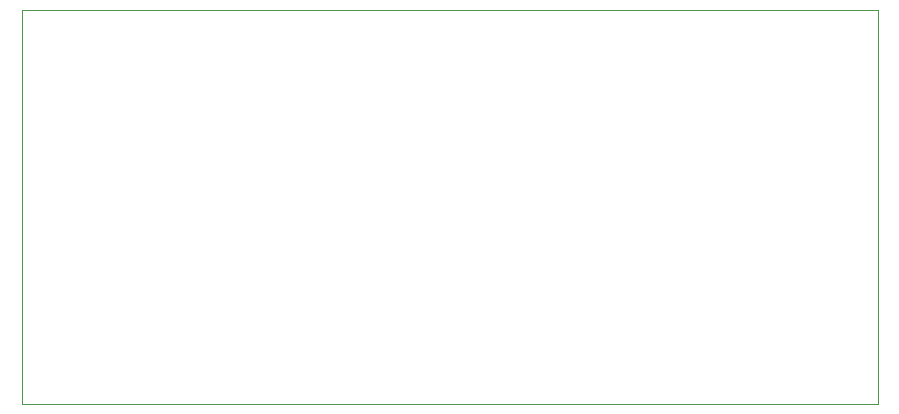
<source format=gbr>
%TF.GenerationSoftware,KiCad,Pcbnew,9.0.0*%
%TF.CreationDate,2025-07-29T16:03:53+03:00*%
%TF.ProjectId,f103c6t6,66313033-6336-4743-962e-6b696361645f,rev?*%
%TF.SameCoordinates,Original*%
%TF.FileFunction,Profile,NP*%
%FSLAX46Y46*%
G04 Gerber Fmt 4.6, Leading zero omitted, Abs format (unit mm)*
G04 Created by KiCad (PCBNEW 9.0.0) date 2025-07-29 16:03:53*
%MOMM*%
%LPD*%
G01*
G04 APERTURE LIST*
%TA.AperFunction,Profile*%
%ADD10C,0.050000*%
%TD*%
G04 APERTURE END LIST*
D10*
X113106200Y-70358000D02*
X185572400Y-70358000D01*
X185572400Y-103682800D01*
X113106200Y-103682800D01*
X113106200Y-70358000D01*
M02*

</source>
